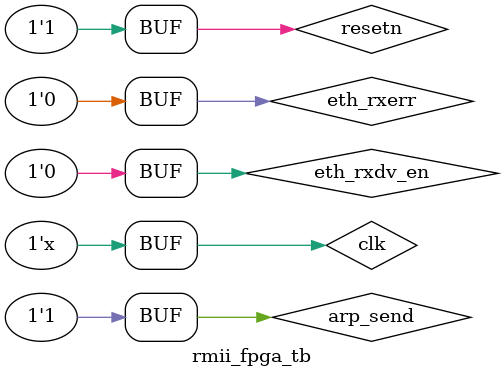
<source format=v>
`timescale 1ns/1ps
`define CFG_PLENGTH 24
`define DFF 0.1

module rmii_fpga_tb;

reg clk, resetn;
// Config registers
reg [31:0] arp [0:17];
reg [31:0] cfg [0:`CFG_PLENGTH-1];
reg  [7:0] cfg_counter;
reg        arp_send;

reg        eth_crs_dv, eth_rxerr;
wire       eth_ref_clk, eth_tx_en; 
reg  [1:0] eth_rxd;
wire [1:0] eth_txd;   
reg        eth_rxdv_en;    

fpga u_rmii_fpga(
  .clk          (clk),
  .reset_n       (resetn),

  .eth_ref_clk  (eth_ref_clk),
  .eth_crs_dv   (eth_crs_dv),
  .eth_rxd      (eth_rxd),
  .eth_tx_en    (eth_tx_en),
  .eth_txd      (eth_txd)
  );

initial begin
  clk = 0; resetn = 0; eth_rxdv_en = 0;
  eth_crs_dv = 0; eth_rxerr = 0; eth_rxd = 4'h0;
  arp_send = 0;
	#10
	resetn = 1;
  #2012
  eth_rxdv_en = 1;
  #(40*8*18);
  eth_rxdv_en = 0;
  #10
  arp_send = 1;
  #10000;
  eth_rxdv_en = 1;
  #(40*8*`CFG_PLENGTH);
  eth_rxdv_en = 0;

  #10000;
  eth_rxdv_en = 1;
  #(40*8*`CFG_PLENGTH);
  eth_rxdv_en = 0;
	// $finish();
end
always #5 clk = ~clk;

// RMII shift counter
reg [4:0] sft [0:15];
reg [4:0] sft_cnt;
initial begin
  sft[0] = 5'd0;
  sft[1] = 5'd2;
  sft[2] = 5'd4;
  sft[3] = 5'd6;
  sft[4] = 5'd8;
  sft[5] = 5'd10;
  sft[6] = 5'd12;
  sft[7] = 5'd14;
  sft[8] = 5'd16;
  sft[9] = 5'd18;
  sft[10] = 5'd20;
  sft[11] = 5'd22;
  sft[12] = 5'd24;
  sft[13] = 5'd26;
  sft[14] = 5'd28;
  sft[15] = 5'd30;
end
// 4-bit nibble serdes
always @(posedge eth_ref_clk) begin
  if(eth_rxdv_en) begin
    // synchronize rxdv
    eth_crs_dv <= #`DFF 1;
    if(!arp_send) begin
      eth_rxd <= #`DFF arp[cfg_counter][sft[sft_cnt]+:2];
      if(sft_cnt == 15) begin
        cfg_counter <= #`DFF cfg_counter + 1;
        sft_cnt <= #`DFF 0;
      end else begin
        sft_cnt <= #`DFF sft_cnt + 1;
      end
    end else begin
      eth_rxd <= #`DFF cfg[cfg_counter][sft[sft_cnt]+:2];
      if(sft_cnt == 15) begin
        cfg_counter <= #`DFF cfg_counter + 1;
        sft_cnt <= #`DFF 0;
      end else begin
        sft_cnt <= #`DFF sft_cnt + 1;
      end
    end
  end else begin
    eth_crs_dv <= #`DFF 0;
    cfg_counter <= 0;
  end
end

// MII ethernet config
initial begin
  cfg[0]  = {32'h55555555}; // preamble(8B)
  cfg[1]  = {32'hd5555555}; 
  cfg[2]  = {32'h005e0000}; // dest mac(6B)                                       0x1000
  cfg[3]  = {32'h76f0cefa}; // dest mac - src mac(6B)                             0x1004
  cfg[4]  = {32'h2e4da91c}; // src mac                                            0x1008
  cfg[5]  = {32'h00450008}; // eth.type(2B), ip.hdr_len(1B), ip.dsfield.ecn(1B)   0x100c
  cfg[6]  = {32'hf7514600}; // ip.len(2B), ip.id(2B)                              0x1010
  cfg[7]  = {32'h11400040}; // ip.frag_offset(2B), ip.ttl(1B), ip.proto(1B)       0x1014
  cfg[8]  = {32'ha8c07e60}; // ip.checksum(2B), ip.src(4B)                        0x1018
  cfg[9]  = {32'ha8c06603}; // ip.src - ip.dst(4B)                                0x101c
  cfg[10] = {32'ha7bd7b03}; // ip.dst, udp.srcport(2B)                            0x1020
  cfg[11] = {32'h3200d204}; // udp.dstport(2B), udp.length(2B)                    0x1024
  cfg[12] = {32'h00000000}; // udp.checksum(2B)                                   0x1028
  // User config start
  // VCO frequency 600M - 1600M, clkin 200M
  cfg[13] = {1'b1, 7'h00, {23{1'b0}}, 1'b1}; // system reset                      0x102c
  cfg[14] = {1'b1, 7'h01, {8{1'b0}}, 16'd1000}; // pulse count                     0x1030
  //                      pw, freq_div
  cfg[15] = {1'b1, 7'h02, {12{1'b0}}, 4'd0, 8'd20}; // pulse config               0x1034
  //               row_sp,col_sp,           frame,measure
  cfg[16] = {1'b1, 7'h03, 8'h00, 8'h00, {6{1'b0}}, 1'b1, 1'b0}; //                0x1038
  //                          hist_mode_flag
  cfg[17] = {1'b1, 7'h04, 8'h4b, 8'h00, 4'ha, 2'b00, 2'b01}; //                                  0x103c
  //               hist_c2, hist_c1
  cfg[18] = {1'b1, 7'h05, 12'd250, 12'd250}; //                                     0x1040
  //               hist_c4, hist_c3
  cfg[19] = {1'b1, 7'h06, 12'd250, 12'd250}; //                                     0x1044
  //               hist_upth, hist_loth
  cfg[20] = {1'b1, 7'h07, 12'hFFF, 12'h000}; //                                   0x1048
  //                          cfg_ready
  cfg[21] = {1'b1, 7'h08, 8'h0,8'h4, 8'b1}; //                                   0x104c
  //                       1: oneshot/0: cont, system start
  cfg[22] = {1'b1, 7'h09, {22{1'b0}}, 1'b0, 1'b1}; //                             0x1050
  // User config ends
  cfg[23] = {32'h0ab429ba}; // fcs
  cfg_counter = 8'h00;
  sft_cnt = 0;
end
initial begin
  arp[0] = {32'h55555555};
  arp[1] = {32'hd5555555};
  arp[2] = {32'hffffffff};//{32'h005e0000};
  arp[3] = {32'h76f0ffff};//{32'h76f0cefa};
  arp[4] = {32'h2e4da91c};
  arp[5] = {32'h01000608};
  arp[6] = {32'h04060008};
  arp[7] = {32'h76f00100};
  arp[8] = {32'h2e4da91c};
  arp[9] = {32'h6603a8c0};
  arp[10] = {32'h00000000};
  arp[11] = {32'ha8c00000};
  arp[12] = {32'h00007b03};
  arp[13] = {32'h00000000};
  arp[14] = {32'h00000000};
  arp[15] = {32'h00000000};
  arp[16] = {32'h00000000};
  arp[17] = {32'h2695d3e2};//fcs
end


// https://crccalc.com/
// 00005e00 facef076 1ca94d2e 08004500 004651f7 40004011 6096c0a8 0366c0a8 037bbda7 04d20032 00000000
// 01000080 64000081 14000082 02000083 01000084 19900185 19900186 00f0ff87 01000088 01000089 
// 0xD69456DB

endmodule
</source>
